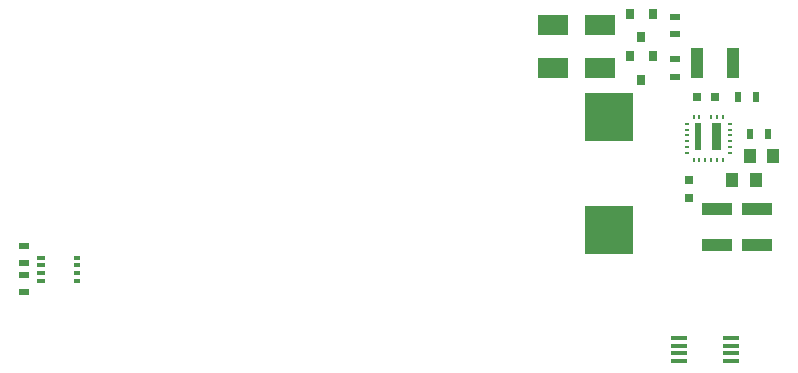
<source format=gtp>
%TF.GenerationSoftware,KiCad,Pcbnew,(5.1.6-0-10_14)*%
%TF.CreationDate,2021-10-08T19:33:03+09:00*%
%TF.ProjectId,peltier+relay,70656c74-6965-4722-9b72-656c61792e6b,rev?*%
%TF.SameCoordinates,Original*%
%TF.FileFunction,Paste,Top*%
%TF.FilePolarity,Positive*%
%FSLAX46Y46*%
G04 Gerber Fmt 4.6, Leading zero omitted, Abs format (unit mm)*
G04 Created by KiCad (PCBNEW (5.1.6-0-10_14)) date 2021-10-08 19:33:03*
%MOMM*%
%LPD*%
G01*
G04 APERTURE LIST*
%ADD10C,0.100000*%
%ADD11R,2.500000X1.800000*%
%ADD12R,4.100000X4.100000*%
%ADD13R,0.700000X0.420000*%
%ADD14R,0.540000X0.420000*%
%ADD15R,0.800000X0.900000*%
%ADD16R,0.450000X0.250000*%
%ADD17R,0.250000X0.450000*%
%ADD18R,1.450000X0.450000*%
%ADD19R,1.450000X0.400000*%
%ADD20R,1.000000X1.250000*%
%ADD21R,0.750000X0.800000*%
%ADD22R,0.800000X0.750000*%
%ADD23R,1.000000X2.500000*%
%ADD24R,2.500000X1.000000*%
%ADD25R,0.900000X0.500000*%
%ADD26R,0.500000X0.900000*%
G04 APERTURE END LIST*
D10*
%TO.C,U1*%
G36*
X159940000Y-92560000D02*
G01*
X160440000Y-92560000D01*
X160440000Y-94860000D01*
X159940000Y-94860000D01*
X159940000Y-92560000D01*
G37*
G36*
X161340000Y-92560000D02*
G01*
X162140000Y-92560000D01*
X162140000Y-94860000D01*
X161340000Y-94860000D01*
X161340000Y-92560000D01*
G37*
%TD*%
D11*
%TO.C,D1*%
X151860000Y-87890000D03*
X147860000Y-87890000D03*
%TD*%
%TO.C,D2*%
X151860000Y-84290000D03*
X147860000Y-84290000D03*
%TD*%
D12*
%TO.C,L1*%
X152670000Y-92070000D03*
X152670000Y-101570000D03*
%TD*%
D13*
%TO.C,Q1*%
X104520000Y-103945000D03*
X104520000Y-104595000D03*
X104520000Y-105245000D03*
X104520000Y-105895000D03*
D14*
X107600000Y-105895000D03*
X107600000Y-105245000D03*
X107600000Y-104595000D03*
X107600000Y-103945000D03*
%TD*%
D15*
%TO.C,Q2*%
X156320000Y-86890000D03*
X154420000Y-86890000D03*
X155370000Y-88890000D03*
%TD*%
%TO.C,Q4*%
X155370000Y-85290000D03*
X154420000Y-83290000D03*
X156320000Y-83290000D03*
%TD*%
D16*
%TO.C,U1*%
X162860000Y-95110000D03*
X162860000Y-94610000D03*
X162860000Y-94110000D03*
X162860000Y-93610000D03*
X162860000Y-93110000D03*
X162860000Y-92610000D03*
D17*
X162290000Y-92040000D03*
X161790000Y-92040000D03*
X161290000Y-92040000D03*
X160290000Y-92040000D03*
X159790000Y-92040000D03*
D16*
X159220000Y-92610000D03*
X159220000Y-93110000D03*
X159220000Y-93610000D03*
X159220000Y-94110000D03*
X159220000Y-94610000D03*
X159220000Y-95110000D03*
D17*
X159790000Y-95680000D03*
X160290000Y-95680000D03*
X160790000Y-95680000D03*
X161290000Y-95680000D03*
X161790000Y-95680000D03*
X162290000Y-95680000D03*
%TD*%
D18*
%TO.C,U2*%
X158540000Y-112740000D03*
D19*
X158540000Y-112065000D03*
X158540000Y-111415000D03*
D18*
X158540000Y-110740000D03*
X162940000Y-110740000D03*
D19*
X162940000Y-111415000D03*
X162940000Y-112065000D03*
D18*
X162940000Y-112740000D03*
%TD*%
D20*
%TO.C,C1*%
X165040000Y-97360000D03*
X163040000Y-97360000D03*
%TD*%
%TO.C,C2*%
X164540000Y-95360000D03*
X166540000Y-95360000D03*
%TD*%
D21*
%TO.C,C3*%
X159390000Y-98910000D03*
X159390000Y-97410000D03*
%TD*%
D22*
%TO.C,C4*%
X160090000Y-90360000D03*
X161590000Y-90360000D03*
%TD*%
D23*
%TO.C,C5*%
X160090000Y-87510000D03*
X163090000Y-87510000D03*
%TD*%
D24*
%TO.C,C6*%
X161790000Y-102860000D03*
X161790000Y-99860000D03*
%TD*%
%TO.C,C8*%
X165165001Y-99844999D03*
X165165001Y-102844999D03*
%TD*%
D25*
%TO.C,R1*%
X103130000Y-106890000D03*
X103130000Y-105390000D03*
%TD*%
D26*
%TO.C,R2*%
X165090000Y-90310000D03*
X163590000Y-90310000D03*
%TD*%
%TO.C,R3*%
X164590000Y-93510000D03*
X166090000Y-93510000D03*
%TD*%
D25*
%TO.C,R6*%
X158240000Y-88640000D03*
X158240000Y-87140000D03*
%TD*%
%TO.C,R7*%
X103130000Y-104440000D03*
X103130000Y-102940000D03*
%TD*%
%TO.C,R8*%
X158240000Y-85040000D03*
X158240000Y-83540000D03*
%TD*%
M02*

</source>
